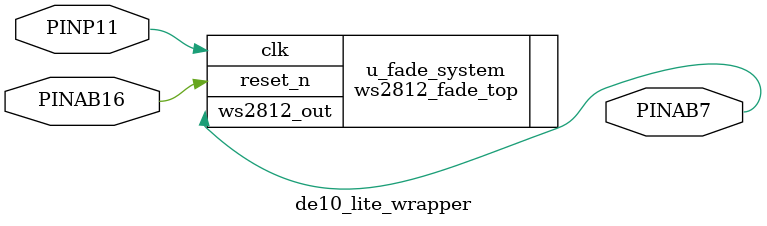
<source format=sv>

module de10_lite_wrapper (
    input  logic PINP11,   // 50MHz clock from DE10-Lite (MAX10_CLK1_50)
    input  logic PINAB16,  // Reset button (KEY[0] - active low)
    output logic PINAB7    // WS2812 data output (Arduino_IO2)
);

    // Instantiate the fade controller
    ws2812_fade_top u_fade_system (
        .clk(PINP11),
        .reset_n(PINAB16),
        .ws2812_out(PINAB7)
    );

endmodule

</source>
